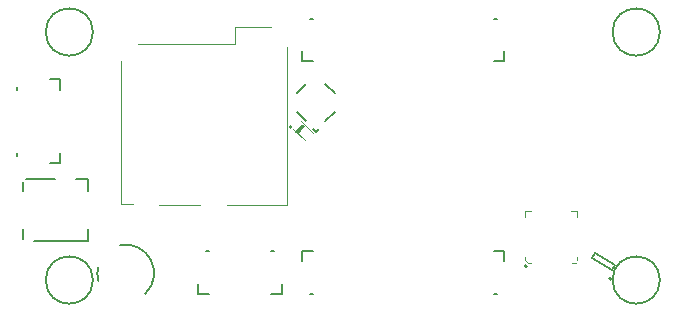
<source format=gbo>
G04*
G04 #@! TF.GenerationSoftware,Altium Limited,Altium Designer,25.1.2 (22)*
G04*
G04 Layer_Color=39423*
%FSLAX44Y44*%
%MOMM*%
G71*
G04*
G04 #@! TF.SameCoordinates,2BCE8437-4B4B-493D-AEBF-8C89570F1AAD*
G04*
G04*
G04 #@! TF.FilePolarity,Positive*
G04*
G01*
G75*
%ADD11C,0.2000*%
%ADD13C,0.1500*%
%ADD15C,0.1000*%
D11*
X452686Y36358D02*
G03*
X452686Y36358I-1000J0D01*
G01*
X524135Y25628D02*
G03*
X524135Y25628I-1000J0D01*
G01*
X525028Y32907D02*
X527528Y37237D01*
X507708Y42907D02*
X510208Y47237D01*
X507708Y42907D02*
X525028Y32907D01*
X510208Y47237D02*
X527528Y37237D01*
D13*
X129457Y13031D02*
G03*
X107927Y53958I-16457J17469D01*
G01*
X89542Y35573D02*
G03*
X89936Y23863I23458J-5073D01*
G01*
X253317Y154072D02*
G03*
X253317Y154072I-700J0D01*
G01*
X85244Y234578D02*
G03*
X85244Y234578I-20000J0D01*
G01*
Y24578D02*
G03*
X85244Y24578I-20000J0D01*
G01*
X565244Y234578D02*
G03*
X565244Y234578I-20000J0D01*
G01*
Y24578D02*
G03*
X565244Y24578I-20000J0D01*
G01*
X80820Y100164D02*
Y110000D01*
X25820Y100164D02*
Y107320D01*
Y65585D02*
Y67906D01*
X80820Y58000D02*
Y67906D01*
X433500Y210000D02*
X433500Y218220D01*
X424500Y210000D02*
X433500D01*
X424500Y246019D02*
X427100D01*
X268900D02*
X271500D01*
X262500Y210000D02*
X271500D01*
X262500Y218220D02*
X262500Y210000D01*
X281820Y190940D02*
X289820Y182940D01*
X257820D02*
X265820Y190940D01*
X281820Y158940D02*
X289820Y166940D01*
X257820D02*
X265820Y158940D01*
X273820Y149940D02*
X276320Y152440D01*
X271320D02*
X273820Y149940D01*
X257609Y150140D02*
X263494Y156025D01*
X258628Y149475D02*
X264284Y155132D01*
X20981Y185500D02*
Y188100D01*
X57000Y185500D02*
Y194500D01*
X48780Y194500D02*
X57000Y194500D01*
X48780Y123500D02*
X57000Y123500D01*
Y132500D01*
X20981Y129900D02*
Y132500D01*
X71250Y110000D02*
X80820D01*
X28500D02*
X52750D01*
X35500Y58000D02*
X80820D01*
X25820Y59685D02*
Y65646D01*
X180720Y49019D02*
X183320D01*
X174320Y13000D02*
X183320D01*
X174320Y21219D02*
X174320Y13000D01*
X245320D02*
X245320Y21219D01*
X236320Y13000D02*
X245320D01*
X236320Y49019D02*
X238920D01*
X262500Y40781D02*
X262500Y49000D01*
X271500D01*
X268900Y12981D02*
X271500D01*
X424500D02*
X427100D01*
X424500Y49000D02*
X433500D01*
X433500Y40781D01*
D15*
X109448Y89032D02*
Y210162D01*
X123590Y224532D02*
X205448D01*
Y239032D01*
X236084D01*
X249448Y88032D02*
Y221922D01*
X198784Y88032D02*
X249448D01*
X140784Y87922D02*
X175784D01*
X109448Y89032D02*
X118784D01*
X490882Y39358D02*
X494258D01*
X495382Y41200D02*
Y44358D01*
X451382Y41358D02*
X453382Y39358D01*
X451382Y41358D02*
Y44358D01*
Y78358D02*
Y83358D01*
X456382D01*
X490382D02*
X495382D01*
Y78358D02*
Y83358D01*
X453382Y39358D02*
X456382D01*
X261279Y158845D02*
X271179Y148945D01*
X254739Y152657D02*
X264617Y142779D01*
M02*

</source>
